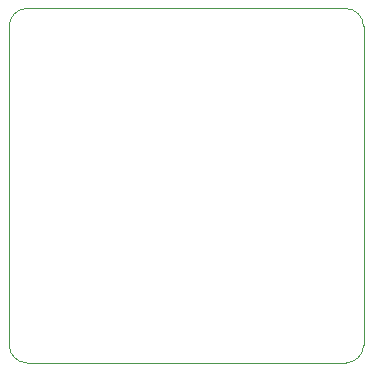
<source format=gm1>
G04 #@! TF.GenerationSoftware,KiCad,Pcbnew,5.1.4-e60b266~84~ubuntu18.04.1*
G04 #@! TF.CreationDate,2019-08-17T00:39:34+05:30*
G04 #@! TF.ProjectId,SFH4715AS_breakout,53464834-3731-4354-9153-5f627265616b,rev?*
G04 #@! TF.SameCoordinates,Original*
G04 #@! TF.FileFunction,Profile,NP*
%FSLAX46Y46*%
G04 Gerber Fmt 4.6, Leading zero omitted, Abs format (unit mm)*
G04 Created by KiCad (PCBNEW 5.1.4-e60b266~84~ubuntu18.04.1) date 2019-08-17 00:39:34*
%MOMM*%
%LPD*%
G04 APERTURE LIST*
%ADD10C,0.050000*%
G04 APERTURE END LIST*
D10*
X40000000Y-11500000D02*
X40000000Y-38500000D01*
X11500000Y-10000000D02*
X38500000Y-10000000D01*
X10000000Y-38500000D02*
X10000000Y-11500000D01*
X38500000Y-40000000D02*
X11500000Y-40000000D01*
X40000000Y-38500000D02*
G75*
G02X38500000Y-40000000I-1500000J0D01*
G01*
X11500000Y-40000000D02*
G75*
G02X10000000Y-38500000I0J1500000D01*
G01*
X10000000Y-11500000D02*
G75*
G02X11500000Y-10000000I1500000J0D01*
G01*
X38500000Y-10000000D02*
G75*
G02X40000000Y-11500000I0J-1500000D01*
G01*
M02*

</source>
